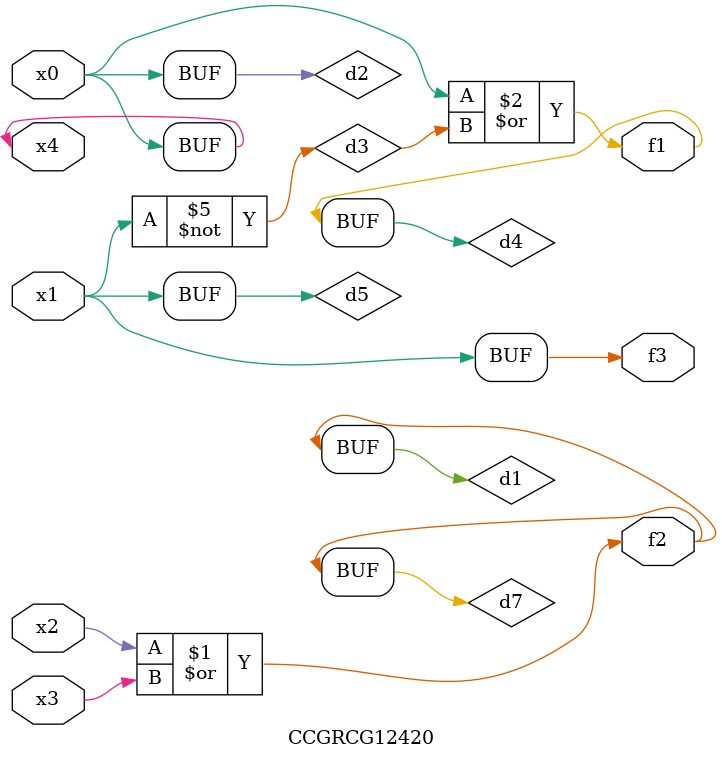
<source format=v>
module CCGRCG12420(
	input x0, x1, x2, x3, x4,
	output f1, f2, f3
);

	wire d1, d2, d3, d4, d5, d6, d7;

	or (d1, x2, x3);
	buf (d2, x0, x4);
	not (d3, x1);
	or (d4, d2, d3);
	not (d5, d3);
	nand (d6, d1, d3);
	or (d7, d1);
	assign f1 = d4;
	assign f2 = d7;
	assign f3 = d5;
endmodule

</source>
